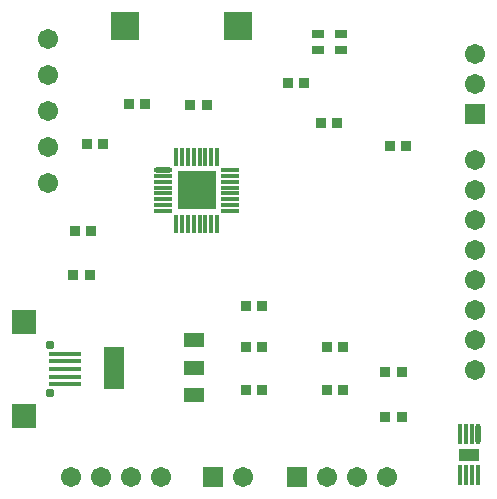
<source format=gts>
G04*
G04 #@! TF.GenerationSoftware,Altium Limited,Altium Designer,18.1.7 (191)*
G04*
G04 Layer_Color=8388736*
%FSLAX43Y43*%
%MOMM*%
G71*
G01*
G75*
%ADD32R,1.753X1.303*%
%ADD33R,1.753X3.653*%
%ADD34R,2.403X2.403*%
%ADD35R,1.053X0.803*%
%ADD36R,0.453X1.553*%
%ADD37R,1.553X0.453*%
%ADD38O,1.553X0.453*%
%ADD39R,2.103X2.103*%
%ADD40R,2.703X0.453*%
%ADD41R,0.965X0.965*%
%ADD42R,0.453X1.703*%
%ADD43O,0.453X1.703*%
%ADD44R,1.803X1.103*%
%ADD45C,1.703*%
%ADD46R,3.203X3.203*%
%ADD47R,1.703X1.703*%
%ADD48R,1.703X1.703*%
%ADD49C,0.783*%
%ADD50C,1.103*%
D32*
X16583Y15254D02*
D03*
Y12954D02*
D03*
Y10654D02*
D03*
D33*
X9833Y12954D02*
D03*
D34*
X10694Y41910D02*
D03*
X20294D02*
D03*
D35*
X27117Y41163D02*
D03*
Y39863D02*
D03*
X29017D02*
D03*
Y41163D02*
D03*
D36*
X15045Y30769D02*
D03*
X15545D02*
D03*
X16045D02*
D03*
X16545D02*
D03*
X17045D02*
D03*
X17545D02*
D03*
X18045D02*
D03*
X18545D02*
D03*
Y25119D02*
D03*
X18045D02*
D03*
X17545D02*
D03*
X17045D02*
D03*
X16545D02*
D03*
X16045D02*
D03*
X15545D02*
D03*
X15045D02*
D03*
D37*
X19620Y29694D02*
D03*
Y29194D02*
D03*
Y28694D02*
D03*
Y28194D02*
D03*
Y27694D02*
D03*
Y27194D02*
D03*
Y26694D02*
D03*
Y26194D02*
D03*
X13970D02*
D03*
Y26694D02*
D03*
Y27194D02*
D03*
Y27694D02*
D03*
Y28194D02*
D03*
Y28694D02*
D03*
Y29194D02*
D03*
D38*
Y29694D02*
D03*
D39*
X2207Y8877D02*
D03*
Y16777D02*
D03*
D40*
X5667Y11527D02*
D03*
Y12177D02*
D03*
Y12827D02*
D03*
Y13477D02*
D03*
Y14127D02*
D03*
D41*
X29210Y14732D02*
D03*
X27813D02*
D03*
X27849Y11049D02*
D03*
X29224D02*
D03*
X22352D02*
D03*
X20955D02*
D03*
X22352Y14732D02*
D03*
X20955D02*
D03*
X32766Y8763D02*
D03*
X34163D02*
D03*
X32766Y12573D02*
D03*
X34163D02*
D03*
X33147Y31750D02*
D03*
X34544D02*
D03*
X20955Y18161D02*
D03*
X22352D02*
D03*
X11049Y35306D02*
D03*
X12446D02*
D03*
X16256Y35179D02*
D03*
X17653D02*
D03*
X6477Y24511D02*
D03*
X7874D02*
D03*
X7747Y20828D02*
D03*
X6350D02*
D03*
X8890Y31877D02*
D03*
X7493D02*
D03*
X28702Y33655D02*
D03*
X27305D02*
D03*
X24511Y37084D02*
D03*
X25908D02*
D03*
D42*
X39128Y3863D02*
D03*
X39628D02*
D03*
X40128D02*
D03*
X40628D02*
D03*
X40128Y7313D02*
D03*
X39628D02*
D03*
X39128D02*
D03*
D43*
X40628D02*
D03*
D44*
X39878Y5588D02*
D03*
D45*
X4191Y34671D02*
D03*
Y28575D02*
D03*
Y31623D02*
D03*
Y37719D02*
D03*
Y40767D02*
D03*
X32893Y3683D02*
D03*
X30353D02*
D03*
X27813D02*
D03*
X20728D02*
D03*
X40386Y36957D02*
D03*
Y39497D02*
D03*
Y30484D02*
D03*
Y27944D02*
D03*
Y25404D02*
D03*
Y22864D02*
D03*
Y20324D02*
D03*
Y17784D02*
D03*
Y15244D02*
D03*
Y12704D02*
D03*
X13743Y3683D02*
D03*
X11203D02*
D03*
X8663D02*
D03*
X6123D02*
D03*
D46*
X16795Y27944D02*
D03*
D47*
X25273Y3683D02*
D03*
X18188D02*
D03*
D48*
X40386Y34417D02*
D03*
D49*
X4367Y10827D02*
D03*
Y14827D02*
D03*
D50*
X17399Y28571D02*
D03*
X16129Y27301D02*
D03*
Y28571D02*
D03*
X17399Y27305D02*
D03*
M02*

</source>
